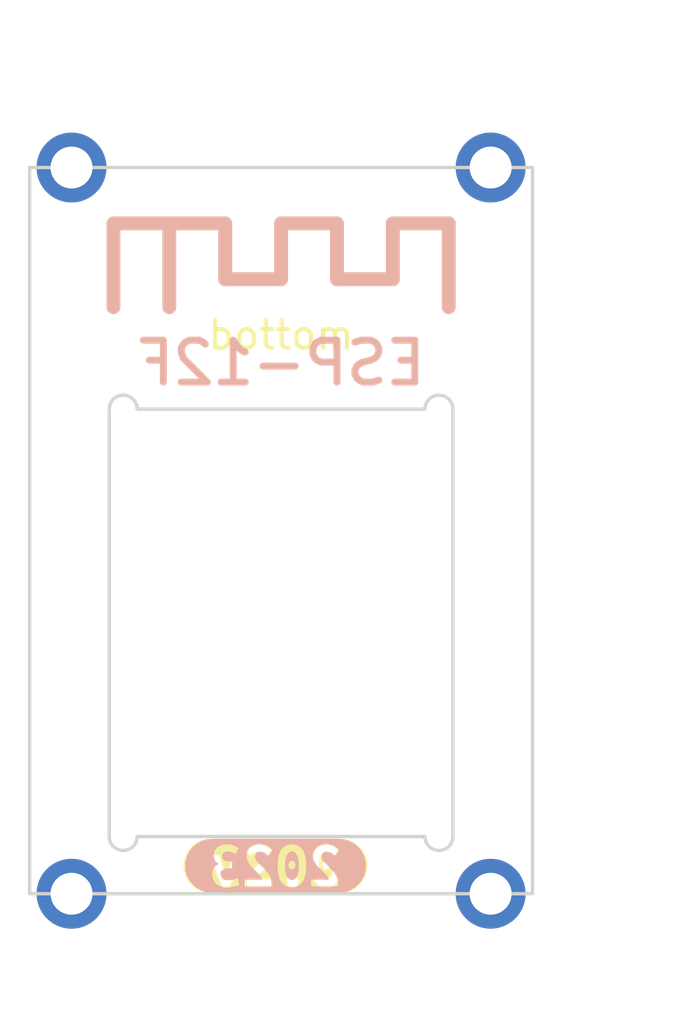
<source format=kicad_pcb>
(kicad_pcb (version 20211014) (generator pcbnew)
  (layers (0 "F.Cu" signal) (31 "B.Cu" signal) (34 "B.Paste" user) (35 "F.Paste" user) (36 "B.SilkS" user "B.Silkscreen") (37 "F.SilkS" user "F.Silkscreen") (38 "B.Mask" user) (39 "F.Mask" user) (44 "Edge.Cuts" user))
  (net 0 "")
  (footprint "kibuzzard-642C03EC" (layer "F.Cu") (at 135.3 125)
    (fp_text reference "kibuzzard-642C03EC" hide)
    (fp_text value "G***" hide)
    (fp_poly (pts (xy -2.322909 -0.967581) (xy -2.323108 -0.967581) (xy -2.511874 -0.948989) (xy -2.693385 -0.893929) (xy -2.860667 -0.804514) (xy -3.007291 -0.684183) (xy -3.127622 -0.537559) (xy -3.217036 -0.370277) (xy -3.272097 -0.188766) (xy -3.290689 0) (xy -3.272097 0.188766) (xy -3.217036 0.370277) (xy -3.127622 0.537559) (xy -3.007291 0.684183) (xy -2.860667 0.804514) (xy -2.693385 0.893929) (xy -2.511874 0.948989) (xy -2.323108 0.967581) (xy -2.322909 0.967581) (xy -1.894284 0.967581) (xy -1.894284 0.738188) (xy -1.966119 0.58883) (xy -2.038747 0.423333) (xy -2.112169 0.241697) (xy -2.166863 0.096069) (xy -2.220218 -0.056257) (xy -2.272233 -0.21528) (xy -2.322909 -0.381) (xy -2.015728 -0.381) (xy -1.992213 -0.287536) (xy -1.964531 -0.188119) (xy -1.933873 -0.085427) (xy -1.901428 0.017859) (xy -1.867793 0.119955) (xy -1.833563 0.219075) (xy -1.768078 0.397669) (xy -1.699022 0.219075) (xy -1.66122 0.119955) (xy -1.624013 0.017859) (xy -1.587698 -0.085427) (xy -1.552575 -0.188119) (xy -1.521321 -0.287536) (xy -1.496616 -0.381) (xy -1.198959 -0.381) (xy -1.250305 -0.21528) (xy -1.30433 -0.056257) (xy -1.361033 0.096069) (xy -1.420416 0.241697) (xy -1.499791 0.423333) (xy -1.575991 0.58883) (xy -1.649016 0.738188) (xy -1.894284 0.738188) (xy -1.894284 0.967581) (xy -0.065484 0.967581) (xy -0.065484 0.738188) (xy -1.027509 0.738188) (xy -1.033463 0.678656) (xy -1.032272 0.62865) (xy -1.021259 0.51435) (xy -0.988219 0.409575) (xy -0.938213 0.313432) (xy -0.8763 0.225028) (xy -0.806053 0.14347) (xy -0.731044 0.067866) (xy -0.656034 -0.003274) (xy -0.585787 -0.071437) (xy -0.473869 -0.200025) (xy -0.429816 -0.326231) (xy -0.484584 -0.465534) (xy -0.622697 -0.51435) (xy -0.767953 -0.481012) (xy -0.917972 -0.369094) (xy -1.063228 -0.573881) (xy -0.960537 -0.660797) (xy -0.842963 -0.721519) (xy -0.718245 -0.757237) (xy -0.594122 -0.769144) (xy -0.420291 -0.74295) (xy -0.272653 -0.664369) (xy -0.170259 -0.532209) (xy -0.132159 -0.347662) (xy -0.160734 -0.201216) (xy -0.236934 -0.064294) (xy -0.344091 0.064294) (xy -0.465534 0.183356) (xy -0.536972 0.251222) (xy -0.613172 0.332184) (xy -0.673894 0.416719) (xy -0.698897 0.4953) (xy -0.065484 0.4953) (xy -0.065484 0.738188) (xy -0.065484 0.967581) (xy 0.622697 0.967581) (xy 0.622697 0.764381) (xy 0.541734 0.750094) (xy 0.473869 0.708422) (xy 0.426244 0.641747) (xy 0.408384 0.550069) (xy 0.426244 0.460772) (xy 0.473869 0.395288) (xy 0.541734 0.354806) (xy 0.622697 0.340519) (xy 0.770334 0.395288) (xy 0.834628 0.550069) (xy 0.770334 0.709613) (xy 0.622697 0.764381) (xy 0.622697 0.967581) (xy 1.810941 0.967581) (xy 1.810941 0.769144) (xy 1.657482 0.747977) (xy 1.530482 0.684477) (xy 1.429941 0.578644) (xy 1.372642 0.470892) (xy 1.331714 0.338138) (xy 1.307157 0.18038) (xy 1.298972 -0.002381) (xy 1.307306 -0.183059) (xy 1.332309 -0.339328) (xy 1.373981 -0.47119) (xy 1.432322 -0.578644) (xy 1.533657 -0.684477) (xy 1.659864 -0.747977) (xy 1.810941 -0.769144) (xy 1.964399 -0.748109) (xy 2.091399 -0.685006) (xy 2.191941 -0.579834) (xy 2.249239 -0.472753) (xy 2.290167 -0.340816) (xy 2.314724 -0.184026) (xy 2.322909 -0.002381) (xy 2.314724 0.18038) (xy 2.290167 0.338138) (xy 2.249239 0.470892) (xy 2.191941 0.578644) (xy 2.091399 0.684477) (xy 1.964399 0.747977) (xy 1.810941 0.769144) (xy 1.810941 0.967581) (xy 2.322909 0.967581) (xy 2.323108 0.967581) (xy 2.511874 0.948989) (xy 2.693385 0.893929) (xy 2.860667 0.804514) (xy 3.007291 0.684183) (xy 3.127622 0.537559) (xy 3.217036 0.370277) (xy 3.272097 0.188766) (xy 3.290689 0) (xy 3.272097 -0.188766) (xy 3.217036 -0.370277) (xy 3.127622 -0.537559) (xy 3.007291 -0.684183) (xy 2.860667 -0.804514) (xy 2.693385 -0.893929) (xy 2.511874 -0.948989) (xy 2.323108 -0.967581) (xy 2.322909 -0.967581) (xy -2.322909 -0.967581)) (layer "F.SilkS") (width 0) (fill solid))
    (fp_poly (pts (xy 2.058591 -0.002381) (xy 2.051579 -0.157295) (xy 2.030545 -0.285485) (xy 1.995487 -0.386953) (xy 1.917799 -0.486073) (xy 1.810941 -0.519112) (xy 1.70557 -0.486073) (xy 1.627584 -0.386953) (xy 1.591866 -0.285485) (xy 1.570434 -0.157295) (xy 1.563291 -0.002381) (xy 1.570434 0.153855) (xy 1.591866 0.28284) (xy 1.627584 0.384572) (xy 1.70557 0.483691) (xy 1.810941 0.516731) (xy 1.813322 0.515995) (xy 1.813322 0.130969) (xy 1.715691 0.084534) (xy 1.679972 -0.026194) (xy 1.715691 -0.138112) (xy 1.813322 -0.185737) (xy 1.907381 -0.138112) (xy 1.944291 -0.026194) (xy 1.907381 0.084534) (xy 1.813322 0.130969) (xy 1.813322 0.515995) (xy 1.917799 0.483691) (xy 1.995487 0.384572) (xy 2.030545 0.28284) (xy 2.051579 0.153855) (xy 2.058591 -0.002381)) (layer "F.SilkS") (width 0) (fill solid))
  )
  (footprint "-local:board" (layer "F.Cu") (at 126.5 100)
    (fp_text reference "SYM1" hide)
    (fp_text value "board_outline")
    (fp_rect (start 0 0) (end 18 26) (layer "Edge.Cuts") (width 0.12) (fill none))
    (pad "" np_thru_hole circle (at 5 25) (size 0.9 0.9) (drill 0.9) (layers F&B.Cu *.Mask))
    (pad "" np_thru_hole circle (at 2 6) (size 0.9 0.9) (drill 0.9) (layers F&B.Cu *.Mask))
    (pad "" np_thru_hole circle (at 16 3) (size 0.9 0.9) (drill 0.9) (layers F&B.Cu *.Mask))
    (pad "1" thru_hole circle (at 1.5 0) (size 2.5 2.5) (drill 1.5) (layers *.Cu *.Mask))
    (pad "2" thru_hole circle (at 16.5 0) (size 2.5 2.5) (drill 1.5) (layers *.Cu *.Mask))
    (pad "3" thru_hole circle (at 16.5 26) (size 2.5 2.5) (drill 1.5) (layers *.Cu *.Mask))
    (pad "4" thru_hole circle (at 1.5 26) (size 2.5 2.5) (drill 1.5) (layers *.Cu *.Mask))
  )
  (footprint "-local:esp-bottom" (layer "F.Cu") (at 126.5 100)
    (fp_text reference "REF**")
    (fp_text value "esp-bottom")
    (fp_text user "ESP-12F" (at 9 7 unlocked) (layer "B.SilkS") (effects (font (size 1.5 1.5) (thickness 0.25)) (justify mirror)))
    (fp_text user "bottom" (at 9 6 unlocked) (layer "F.SilkS"))
    (fp_line (start 9 2) (end 11 2) (layer "B.SilkS") (width 0.5))
    (fp_line (start 9 4) (end 9 2) (layer "B.SilkS") (width 0.5))
    (fp_line (start 13 4) (end 13 2) (layer "B.SilkS") (width 0.5))
    (fp_line (start 11 2) (end 11 4) (layer "B.SilkS") (width 0.5))
    (fp_line (start 7 4) (end 9 4) (layer "B.SilkS") (width 0.5))
    (fp_line (start 3 2) (end 7 2) (layer "B.SilkS") (width 0.5))
    (fp_line (start 11 4) (end 13 4) (layer "B.SilkS") (width 0.5))
    (fp_line (start 5 5) (end 5 2) (layer "B.SilkS") (width 0.5))
    (fp_line (start 7 2) (end 7 4) (layer "B.SilkS") (width 0.5))
    (fp_line (start 3 5) (end 3 2) (layer "B.SilkS") (width 0.5))
    (fp_line (start 13 2) (end 15 2) (layer "B.SilkS") (width 0.5))
    (fp_line (start 15 2) (end 15 5) (layer "B.SilkS") (width 0.5))
    (fp_line (start 2.85 8.65) (end 2.85 23.95) (layer "Edge.Cuts") (width 0.12))
    (fp_line (start 14.15 8.65) (end 3.85 8.65) (layer "Edge.Cuts") (width 0.12))
    (fp_line (start 15.15 23.95) (end 15.15 8.65) (layer "Edge.Cuts") (width 0.12))
    (fp_line (start 3.85 23.95) (end 14.15 23.95) (layer "Edge.Cuts") (width 0.12))
    (fp_arc (start 14.15 8.65) (mid 14.65 8.15) (end 15.15 8.65) (layer "Edge.Cuts") (width 0.12))
    (fp_arc (start 15.15 23.95) (mid 14.65 24.45) (end 14.15 23.95) (layer "Edge.Cuts") (width 0.12))
    (fp_arc (start 3.85 23.95) (mid 3.35 24.45) (end 2.85 23.95) (layer "Edge.Cuts") (width 0.12))
    (fp_arc (start 2.85 8.65) (mid 3.35 8.15) (end 3.85 8.65) (layer "Edge.Cuts") (width 0.12))
    (pad "" np_thru_hole circle (at 2 11.6) (size 1.05 1.05) (drill 1.05) (layers F&B.Cu *.Mask))
    (pad "" np_thru_hole circle (at 16 23.6) (size 1.05 1.05) (drill 1.05) (layers F&B.Cu *.Mask))
    (pad "" np_thru_hole circle (at 16 21.6) (size 1.05 1.05) (drill 1.05) (layers F&B.Cu *.Mask))
    (pad "" np_thru_hole circle (at 2 13.6) (size 1.05 1.05) (drill 1.05) (layers F&B.Cu *.Mask))
    (pad "" np_thru_hole circle (at 2 15.6) (size 1.05 1.05) (drill 1.05) (layers F&B.Cu *.Mask))
    (pad "" np_thru_hole circle (at 16 11.6) (size 1.05 1.05) (drill 1.05) (layers F&B.Cu *.Mask))
    (pad "" np_thru_hole circle (at 16 19.6) (size 1.05 1.05) (drill 1.05) (layers F&B.Cu *.Mask))
    (pad "" np_thru_hole circle (at 2 9.6) (size 1.05 1.05) (drill 1.05) (layers F&B.Cu *.Mask))
    (pad "" np_thru_hole circle (at 16 9.6) (size 1.05 1.05) (drill 1.05) (layers F&B.Cu *.Mask))
    (pad "" np_thru_hole circle (at 16 15.6) (size 1.05 1.05) (drill 1.05) (layers F&B.Cu *.Mask))
    (pad "" np_thru_hole circle (at 2 21.6) (size 1.05 1.05) (drill 1.05) (layers F&B.Cu *.Mask))
    (pad "" np_thru_hole circle (at 16 13.6) (size 1.05 1.05) (drill 1.05) (layers F&B.Cu *.Mask))
    (pad "" np_thru_hole circle (at 16 17.6) (size 1.05 1.05) (drill 1.05) (layers F&B.Cu *.Mask))
    (pad "" np_thru_hole circle (at 2 19.6) (size 1.05 1.05) (drill 1.05) (layers F&B.Cu *.Mask))
    (pad "" np_thru_hole circle (at 2 23.6) (size 1.05 1.05) (drill 1.05) (layers F&B.Cu *.Mask))
    (pad "" np_thru_hole circle (at 2 17.6) (size 1.05 1.05) (drill 1.05) (layers F&B.Cu *.Mask))
  )
  (footprint "kibuzzard-642C03F5" (layer "B.Cu") (at 135.3 125 180)
    (fp_text reference "kibuzzard-642C03F5" hide)
    (fp_text value "G***" hide)
    (fp_poly (pts (xy -2.271713 0.967581) (xy -2.271911 0.967581) (xy -2.460677 0.948989) (xy -2.642188 0.893929) (xy -2.80947 0.804514) (xy -2.956094 0.684183) (xy -3.076425 0.537559) (xy -3.165839 0.370277) (xy -3.2209 0.188766) (xy -3.239492 0) (xy -3.2209 -0.188766) (xy -3.165839 -0.370277) (xy -3.076425 -0.537559) (xy -2.956094 -0.684183) (xy -2.80947 -0.804514) (xy -2.642188 -0.893929) (xy -2.460677 -0.948989) (xy -2.271911 -0.967581) (xy -2.271713 -0.967581) (xy -1.273969 -0.967581) (xy -1.273969 -0.738188) (xy -2.235994 -0.738188) (xy -2.241947 -0.678656) (xy -2.240756 -0.62865) (xy -2.229743 -0.51435) (xy -2.196703 -0.409575) (xy -2.146697 -0.313432) (xy -2.084784 -0.225028) (xy -2.014538 -0.14347) (xy -1.939528 -0.067866) (xy -1.864519 0.003274) (xy -1.794272 0.071437) (xy -1.682353 0.200025) (xy -1.6383 0.326231) (xy -1.693069 0.465534) (xy -1.831181 0.51435) (xy -1.976438 0.481012) (xy -2.126456 0.369094) (xy -2.271713 0.573881) (xy -2.169021 0.660797) (xy -2.051447 0.721519) (xy -1.926729 0.757237) (xy -1.802606 0.769144) (xy -1.628775 0.74295) (xy -1.481138 0.664369) (xy -1.378744 0.532209) (xy -1.340644 0.347662) (xy -1.369219 0.201216) (xy -1.445419 0.064294) (xy -1.552575 -0.064294) (xy -1.674019 -0.183356) (xy -1.745456 -0.251222) (xy -1.821656 -0.332184) (xy -1.882378 -0.416719) (xy -1.907381 -0.4953) (xy -1.273969 -0.4953) (xy -1.273969 -0.738188) (xy -1.273969 -0.967581) (xy -0.588169 -0.967581) (xy -0.588169 -0.769144) (xy -0.741627 -0.747977) (xy -0.868627 -0.684477) (xy -0.969169 -0.578644) (xy -1.026468 -0.470892) (xy -1.067395 -0.338138) (xy -1.091952 -0.18038) (xy -1.100138 0.002381) (xy -1.091803 0.183059) (xy -1.0668 0.339328) (xy -1.025128 0.47119) (xy -0.966788 0.578644) (xy -0.865452 0.684477) (xy -0.739246 0.747977) (xy -0.588169 0.769144) (xy -0.43471 0.748109) (xy -0.30771 0.685006) (xy -0.207169 0.579834) (xy -0.14987 0.472753) (xy -0.108942 0.340816) (xy -0.084386 0.184026) (xy -0.0762 0.002381) (xy -0.084386 -0.18038) (xy -0.108942 -0.338138) (xy -0.14987 -0.470892) (xy -0.207169 -0.578644) (xy -0.30771 -0.684477) (xy -0.43471 -0.747977) (xy -0.588169 -0.769144) (xy -0.588169 -0.967581) (xy 1.107281 -0.967581) (xy 1.107281 -0.738188) (xy 0.145256 -0.738188) (xy 0.139303 -0.678656) (xy 0.140494 -0.62865) (xy 0.151507 -0.51435) (xy 0.184547 -0.409575) (xy 0.234553 -0.313432) (xy 0.296466 -0.225028) (xy 0.366712 -0.14347) (xy 0.441722 -0.067866) (xy 0.516731 0.003274) (xy 0.586978 0.071437) (xy 0.698897 0.200025) (xy 0.74295 0.326231) (xy 0.688181 0.465534) (xy 0.550069 0.51435) (xy 0.404812 0.481012) (xy 0.254794 0.369094) (xy 0.109537 0.573881) (xy 0.212229 0.660797) (xy 0.329803 0.721519) (xy 0.454521 0.757237) (xy 0.578644 0.769144) (xy 0.752475 0.74295) (xy 0.900112 0.664369) (xy 1.002506 0.532209) (xy 1.040606 0.347662) (xy 1.012031 0.201216) (xy 0.935831 0.064294) (xy 0.828675 -0.064294) (xy 0.707231 -0.183356) (xy 0.635794 -0.251222) (xy 0.559594 -0.332184) (xy 0.498872 -0.416719) (xy 0.473869 -0.4953) (xy 1.107281 -0.4953) (xy 1.107281 -0.738188) (xy 1.107281 -0.967581) (xy 1.704975 -0.967581) (xy 1.704975 -0.769144) (xy 1.589484 -0.760809) (xy 1.472803 -0.740569) (xy 1.369219 -0.714375) (xy 1.2954 -0.688181) (xy 1.35255 -0.442913) (xy 1.494234 -0.492919) (xy 1.589782 -0.512564) (xy 1.702594 -0.519113) (xy 1.830288 -0.503039) (xy 1.913334 -0.454819) (xy 1.974056 -0.295275) (xy 1.950839 -0.196155) (xy 1.881187 -0.132159) (xy 1.775817 -0.097334) (xy 1.645444 -0.085725) (xy 1.554956 -0.085725) (xy 1.554956 0.157162) (xy 1.664494 0.157162) (xy 1.754981 0.166687) (xy 1.835944 0.197644) (xy 1.894284 0.254794) (xy 1.916906 0.345281) (xy 1.868091 0.472678) (xy 1.73355 0.519112) (xy 1.568053 0.491728) (xy 1.426369 0.423862) (xy 1.321594 0.638175) (xy 1.491853 0.725091) (xy 1.604665 0.75813) (xy 1.731169 0.769144) (xy 1.846957 0.761405) (xy 1.946672 0.738187) (xy 2.097881 0.651272) (xy 2.185987 0.519112) (xy 2.214562 0.354806) (xy 2.164556 0.185737) (xy 2.031206 0.061912) (xy 2.132707 0.002977) (xy 2.208609 -0.078581) (xy 2.255937 -0.18038) (xy 2.271712 -0.300038) (xy 2.238375 -0.488156) (xy 2.135981 -0.636984) (xy 2.0574 -0.692944) (xy 1.959769 -0.734616) (xy 1.842492 -0.760512) (xy 1.704975 -0.769144) (xy 1.704975 -0.967581) (xy 2.271712 -0.967581) (xy 2.271911 -0.967581) (xy 2.460677 -0.948989) (xy 2.642188 -0.893929) (xy 2.80947 -0.804514) (xy 2.956094 -0.684183) (xy 3.076425 -0.537559) (xy 3.165839 -0.370277) (xy 3.2209 -0.188766) (xy 3.239492 0) (xy 3.2209 0.188766) (xy 3.165839 0.370277) (xy 3.076425 0.537559) (xy 2.956094 0.684183) (xy 2.80947 0.804514) (xy 2.642188 0.893929) (xy 2.460677 0.948989) (xy 2.271911 0.967581) (xy 2.271712 0.967581) (xy -2.271713 0.967581)) (layer "B.SilkS") (width 0) (fill solid))
    (fp_poly (pts (xy -0.340519 0.002381) (xy -0.34753 0.157295) (xy -0.368565 0.285485) (xy -0.403622 0.386953) (xy -0.48131 0.486073) (xy -0.588169 0.519112) (xy -0.693539 0.486073) (xy -0.771525 0.386953) (xy -0.807244 0.285485) (xy -0.828675 0.157295) (xy -0.835819 0.002381) (xy -0.828675 -0.153855) (xy -0.807244 -0.28284) (xy -0.771525 -0.384572) (xy -0.693539 -0.483691) (xy -0.588169 -0.516731) (xy -0.585788 -0.515995) (xy -0.585788 -0.130969) (xy -0.683419 -0.084534) (xy -0.719138 0.026194) (xy -0.683419 0.138112) (xy -0.585788 0.185737) (xy -0.491728 0.138112) (xy -0.454819 0.026194) (xy -0.491728 -0.084534) (xy -0.585788 -0.130969) (xy -0.585788 -0.515995) (xy -0.48131 -0.483691) (xy -0.403622 -0.384572) (xy -0.368565 -0.28284) (xy -0.34753 -0.153855) (xy -0.340519 0.002381)) (layer "B.SilkS") (width 0) (fill solid))
  )
)
</source>
